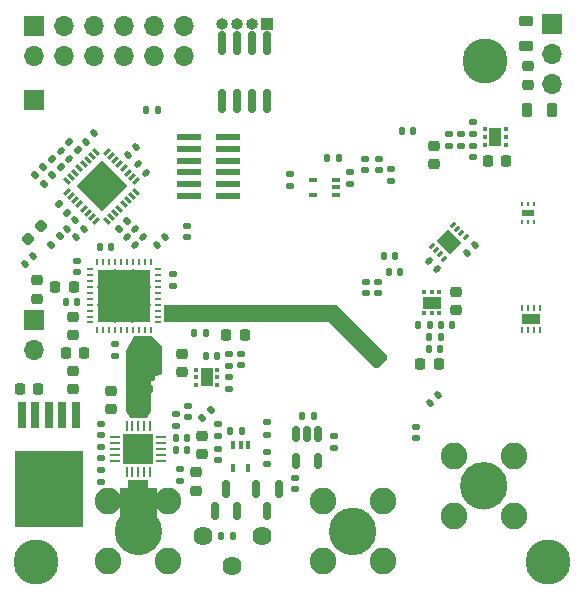
<source format=gbr>
%TF.GenerationSoftware,KiCad,Pcbnew,(6.0.4)*%
%TF.CreationDate,2023-05-30T00:17:30+09:00*%
%TF.ProjectId,RFB,5246422e-6b69-4636-9164-5f7063625858,rev?*%
%TF.SameCoordinates,Original*%
%TF.FileFunction,Soldermask,Bot*%
%TF.FilePolarity,Negative*%
%FSLAX46Y46*%
G04 Gerber Fmt 4.6, Leading zero omitted, Abs format (unit mm)*
G04 Created by KiCad (PCBNEW (6.0.4)) date 2023-05-30 00:17:30*
%MOMM*%
%LPD*%
G01*
G04 APERTURE LIST*
G04 Aperture macros list*
%AMRoundRect*
0 Rectangle with rounded corners*
0 $1 Rounding radius*
0 $2 $3 $4 $5 $6 $7 $8 $9 X,Y pos of 4 corners*
0 Add a 4 corners polygon primitive as box body*
4,1,4,$2,$3,$4,$5,$6,$7,$8,$9,$2,$3,0*
0 Add four circle primitives for the rounded corners*
1,1,$1+$1,$2,$3*
1,1,$1+$1,$4,$5*
1,1,$1+$1,$6,$7*
1,1,$1+$1,$8,$9*
0 Add four rect primitives between the rounded corners*
20,1,$1+$1,$2,$3,$4,$5,0*
20,1,$1+$1,$4,$5,$6,$7,0*
20,1,$1+$1,$6,$7,$8,$9,0*
20,1,$1+$1,$8,$9,$2,$3,0*%
%AMRotRect*
0 Rectangle, with rotation*
0 The origin of the aperture is its center*
0 $1 length*
0 $2 width*
0 $3 Rotation angle, in degrees counterclockwise*
0 Add horizontal line*
21,1,$1,$2,0,0,$3*%
G04 Aperture macros list end*
%ADD10C,2.000000*%
%ADD11C,0.000000*%
%ADD12R,1.700000X1.700000*%
%ADD13RoundRect,0.140000X-0.140000X-0.170000X0.140000X-0.170000X0.140000X0.170000X-0.140000X0.170000X0*%
%ADD14RoundRect,0.135000X0.135000X0.185000X-0.135000X0.185000X-0.135000X-0.185000X0.135000X-0.185000X0*%
%ADD15R,2.000000X0.500000*%
%ADD16O,1.700000X1.700000*%
%ADD17C,2.250000*%
%ADD18C,2.050000*%
%ADD19C,3.800000*%
%ADD20C,2.600000*%
%ADD21RoundRect,0.140000X0.140000X0.170000X-0.140000X0.170000X-0.140000X-0.170000X0.140000X-0.170000X0*%
%ADD22C,1.620000*%
%ADD23O,1.000000X1.000000*%
%ADD24R,1.000000X1.000000*%
%ADD25R,1.100000X0.600000*%
%ADD26R,0.200000X0.400000*%
%ADD27RoundRect,0.225000X0.225000X0.250000X-0.225000X0.250000X-0.225000X-0.250000X0.225000X-0.250000X0*%
%ADD28R,0.250000X0.500000*%
%ADD29R,1.600000X0.900000*%
%ADD30RoundRect,0.140000X-0.170000X0.140000X-0.170000X-0.140000X0.170000X-0.140000X0.170000X0.140000X0*%
%ADD31RoundRect,0.225000X-0.250000X0.225000X-0.250000X-0.225000X0.250000X-0.225000X0.250000X0.225000X0*%
%ADD32RoundRect,0.093750X-0.093750X-0.106250X0.093750X-0.106250X0.093750X0.106250X-0.093750X0.106250X0*%
%ADD33R,1.000000X1.600000*%
%ADD34RoundRect,0.140000X-0.021213X0.219203X-0.219203X0.021213X0.021213X-0.219203X0.219203X-0.021213X0*%
%ADD35RotRect,0.250000X0.600000X45.000000*%
%ADD36RotRect,0.250000X0.600000X135.000000*%
%ADD37RotRect,3.100000X3.100000X135.000000*%
%ADD38RoundRect,0.135000X-0.135000X-0.185000X0.135000X-0.185000X0.135000X0.185000X-0.135000X0.185000X0*%
%ADD39RoundRect,0.135000X0.185000X-0.135000X0.185000X0.135000X-0.185000X0.135000X-0.185000X-0.135000X0*%
%ADD40RoundRect,0.147500X-0.017678X0.226274X-0.226274X0.017678X0.017678X-0.226274X0.226274X-0.017678X0*%
%ADD41RoundRect,0.135000X0.035355X-0.226274X0.226274X-0.035355X-0.035355X0.226274X-0.226274X0.035355X0*%
%ADD42RoundRect,0.135000X-0.185000X0.135000X-0.185000X-0.135000X0.185000X-0.135000X0.185000X0.135000X0*%
%ADD43RoundRect,0.218750X0.218750X0.381250X-0.218750X0.381250X-0.218750X-0.381250X0.218750X-0.381250X0*%
%ADD44RoundRect,0.093750X0.106250X-0.093750X0.106250X0.093750X-0.106250X0.093750X-0.106250X-0.093750X0*%
%ADD45R,1.600000X1.000000*%
%ADD46RoundRect,0.140000X0.170000X-0.140000X0.170000X0.140000X-0.170000X0.140000X-0.170000X-0.140000X0*%
%ADD47RoundRect,0.140000X-0.219203X-0.021213X-0.021213X-0.219203X0.219203X0.021213X0.021213X0.219203X0*%
%ADD48RoundRect,0.225000X0.250000X-0.225000X0.250000X0.225000X-0.250000X0.225000X-0.250000X-0.225000X0*%
%ADD49RoundRect,0.218750X-0.381250X0.218750X-0.381250X-0.218750X0.381250X-0.218750X0.381250X0.218750X0*%
%ADD50RoundRect,0.087500X-0.061872X-0.185616X0.185616X0.061872X0.061872X0.185616X-0.185616X-0.061872X0*%
%ADD51RotRect,1.400000X1.600000X45.000000*%
%ADD52RoundRect,0.150000X0.150000X-0.587500X0.150000X0.587500X-0.150000X0.587500X-0.150000X-0.587500X0*%
%ADD53RoundRect,0.093750X0.093750X0.106250X-0.093750X0.106250X-0.093750X-0.106250X0.093750X-0.106250X0*%
%ADD54RoundRect,0.062500X-0.062500X0.350000X-0.062500X-0.350000X0.062500X-0.350000X0.062500X0.350000X0*%
%ADD55RoundRect,0.062500X-0.350000X0.062500X-0.350000X-0.062500X0.350000X-0.062500X0.350000X0.062500X0*%
%ADD56R,2.500000X2.500000*%
%ADD57R,0.800000X2.200000*%
%ADD58R,5.800000X6.400000*%
%ADD59C,0.500000*%
%ADD60R,4.500001X4.500001*%
%ADD61R,0.599999X0.249999*%
%ADD62R,0.249999X0.599999*%
%ADD63RoundRect,0.218750X0.026517X-0.335876X0.335876X-0.026517X-0.026517X0.335876X-0.335876X0.026517X0*%
%ADD64RoundRect,0.225000X-0.225000X-0.250000X0.225000X-0.250000X0.225000X0.250000X-0.225000X0.250000X0*%
%ADD65RoundRect,0.140000X0.219203X0.021213X0.021213X0.219203X-0.219203X-0.021213X-0.021213X-0.219203X0*%
%ADD66R,0.400000X0.650000*%
%ADD67R,0.650000X0.400000*%
%ADD68RoundRect,0.150000X-0.150000X0.512500X-0.150000X-0.512500X0.150000X-0.512500X0.150000X0.512500X0*%
%ADD69RoundRect,0.135000X-0.035355X0.226274X-0.226274X0.035355X0.035355X-0.226274X0.226274X-0.035355X0*%
%ADD70RoundRect,0.150000X0.150000X-0.825000X0.150000X0.825000X-0.150000X0.825000X-0.150000X-0.825000X0*%
%ADD71RoundRect,0.150000X-0.150000X0.587500X-0.150000X-0.587500X0.150000X-0.587500X0.150000X0.587500X0*%
%ADD72RoundRect,0.135000X-0.226274X-0.035355X-0.035355X-0.226274X0.226274X0.035355X0.035355X0.226274X0*%
%ADD73RoundRect,0.140000X0.021213X-0.219203X0.219203X-0.021213X-0.021213X0.219203X-0.219203X0.021213X0*%
%ADD74RoundRect,0.135000X0.226274X0.035355X0.035355X0.226274X-0.226274X-0.035355X-0.035355X-0.226274X0*%
%ADD75RoundRect,0.218750X0.256250X-0.218750X0.256250X0.218750X-0.256250X0.218750X-0.256250X-0.218750X0*%
G04 APERTURE END LIST*
D10*
X74177400Y-97282000D02*
G75*
G03*
X74177400Y-97282000I-1000000J0D01*
G01*
X63077600Y-101142800D02*
G75*
G03*
X63077600Y-101142800I-1000000J0D01*
G01*
D11*
G36*
X45491400Y-101142800D02*
G01*
X42392600Y-101142800D01*
X42392600Y-97434400D01*
X45491400Y-97434400D01*
X45491400Y-101142800D01*
G37*
G36*
X43103800Y-96799400D02*
G01*
X44780200Y-96799400D01*
X44780200Y-97790000D01*
X43103800Y-97790000D01*
X43103800Y-96799400D01*
G37*
D10*
X44942000Y-101142800D02*
G75*
G03*
X44942000Y-101142800I-1000000J0D01*
G01*
D11*
G36*
X45974000Y-85471000D02*
G01*
X45974000Y-87807800D01*
X45008800Y-88188800D01*
X45008800Y-90957400D01*
X44678600Y-91567000D01*
X43205400Y-91567000D01*
X42875200Y-90957400D01*
X42875200Y-85902800D01*
X43586400Y-84607400D01*
X45110400Y-84607400D01*
X45974000Y-85471000D01*
G37*
G36*
X64998600Y-86233000D02*
G01*
X64998600Y-86537800D01*
X64262000Y-87274400D01*
X63957200Y-87274400D01*
X60121800Y-83439000D01*
X46126400Y-83439000D01*
X46126400Y-81965800D01*
X60731400Y-81965800D01*
X64998600Y-86233000D01*
G37*
D10*
X74177400Y-97282000D02*
G75*
G03*
X74177400Y-97282000I-1000000J0D01*
G01*
X63077600Y-101142800D02*
G75*
G03*
X63077600Y-101142800I-1000000J0D01*
G01*
D11*
G36*
X45491400Y-101142800D02*
G01*
X42392600Y-101142800D01*
X42392600Y-97434400D01*
X45491400Y-97434400D01*
X45491400Y-101142800D01*
G37*
G36*
X43103800Y-96799400D02*
G01*
X44780200Y-96799400D01*
X44780200Y-97790000D01*
X43103800Y-97790000D01*
X43103800Y-96799400D01*
G37*
D10*
X44942000Y-101142800D02*
G75*
G03*
X44942000Y-101142800I-1000000J0D01*
G01*
D11*
G36*
X45974000Y-85471000D02*
G01*
X45974000Y-87807800D01*
X45008800Y-88188800D01*
X45008800Y-90957400D01*
X44678600Y-91567000D01*
X43205400Y-91567000D01*
X42875200Y-90957400D01*
X42875200Y-85902800D01*
X43586400Y-84607400D01*
X45110400Y-84607400D01*
X45974000Y-85471000D01*
G37*
G36*
X64998600Y-86233000D02*
G01*
X64998600Y-86537800D01*
X64262000Y-87274400D01*
X63957200Y-87274400D01*
X60121800Y-83439000D01*
X46126400Y-83439000D01*
X46126400Y-81965800D01*
X60731400Y-81965800D01*
X64998600Y-86233000D01*
G37*
D12*
%TO.C,J8*%
X35077400Y-64592200D03*
%TD*%
D13*
%TO.C,C105*%
X51915000Y-101574600D03*
X50955000Y-101574600D03*
%TD*%
D14*
%TO.C,R41*%
X45569600Y-65481200D03*
X44549600Y-65481200D03*
%TD*%
D15*
%TO.C,J10*%
X51535600Y-67756400D03*
X48235600Y-67756400D03*
X51535600Y-68756400D03*
X48235600Y-68756400D03*
X51535600Y-69756400D03*
X48235600Y-69756400D03*
X51535600Y-70756400D03*
X48235600Y-70756400D03*
X51535600Y-71756400D03*
X48235600Y-71756400D03*
X51535600Y-72756400D03*
X48235600Y-72756400D03*
%TD*%
D16*
%TO.C,J7*%
X47828200Y-60909200D03*
X47828200Y-58369200D03*
X45288200Y-60909200D03*
X45288200Y-58369200D03*
X42748200Y-60909200D03*
X42748200Y-58369200D03*
X40208200Y-60909200D03*
X40208200Y-58369200D03*
X37668200Y-60909200D03*
X37668200Y-58369200D03*
X35128200Y-60909200D03*
D12*
X35128200Y-58369200D03*
%TD*%
D17*
%TO.C,J1*%
X70637400Y-99822000D03*
X75717400Y-94742000D03*
X75717400Y-99822000D03*
X70637400Y-94742000D03*
D18*
X73177400Y-97282000D03*
%TD*%
D19*
%TO.C,H1*%
X78663800Y-103759000D03*
D20*
X78663800Y-103759000D03*
%TD*%
D16*
%TO.C,J9*%
X35128200Y-85770800D03*
D12*
X35128200Y-83230800D03*
%TD*%
D19*
%TO.C,H2*%
X73329800Y-61290200D03*
D20*
X73329800Y-61290200D03*
%TD*%
D21*
%TO.C,C78*%
X65156200Y-79146400D03*
X66116200Y-79146400D03*
%TD*%
D16*
%TO.C,J6*%
X78994000Y-63296800D03*
X78994000Y-60756800D03*
D12*
X78994000Y-58216800D03*
%TD*%
D17*
%TO.C,J3*%
X41402000Y-98605400D03*
X46482000Y-103685400D03*
X46482000Y-98605400D03*
X41402000Y-103685400D03*
D18*
X43942000Y-101145400D03*
%TD*%
D22*
%TO.C,RV1*%
X54406800Y-101574600D03*
X51906800Y-104074600D03*
X49406800Y-101574600D03*
%TD*%
D20*
%TO.C,H3*%
X35306000Y-103733600D03*
D19*
X35306000Y-103733600D03*
%TD*%
D23*
%TO.C,J5*%
X51003200Y-58166000D03*
X52273200Y-58166000D03*
X53543200Y-58166000D03*
D24*
X54813200Y-58166000D03*
%TD*%
D25*
%TO.C,U7*%
X76963000Y-74160400D03*
D26*
X76463000Y-74910400D03*
X76963000Y-74910400D03*
X77463000Y-74910400D03*
X77463000Y-73410400D03*
X76963000Y-73410400D03*
X76463000Y-73410400D03*
%TD*%
D27*
%TO.C,C141*%
X67805000Y-86969600D03*
X69355000Y-86969600D03*
%TD*%
D28*
%TO.C,IC1*%
X76442600Y-82209600D03*
X76942600Y-82209600D03*
X77442600Y-82209600D03*
X77942600Y-82209600D03*
X77942600Y-84109600D03*
X77442600Y-84109600D03*
X76942600Y-84109600D03*
X76442600Y-84109600D03*
D29*
X77192600Y-83159600D03*
%TD*%
D30*
%TO.C,C83*%
X48158400Y-91488200D03*
X48158400Y-90528200D03*
%TD*%
D31*
%TO.C,C102*%
X47650400Y-87643000D03*
X47650400Y-86093000D03*
%TD*%
D32*
%TO.C,IC10*%
X73265200Y-68396200D03*
X73265200Y-67746200D03*
X73265200Y-67096200D03*
X75040200Y-67096200D03*
X75040200Y-67746200D03*
X75040200Y-68396200D03*
D33*
X74152700Y-67746200D03*
%TD*%
D14*
%TO.C,R37*%
X43940000Y-89103200D03*
X44960000Y-89103200D03*
%TD*%
D34*
%TO.C,C69*%
X68672389Y-90280811D03*
X69351211Y-89601989D03*
%TD*%
D35*
%TO.C,U2*%
X43756109Y-72392419D03*
X43402556Y-72745973D03*
X43049002Y-73099526D03*
X42695449Y-73453080D03*
X42341896Y-73806633D03*
X41988342Y-74160186D03*
X41634789Y-74513740D03*
X41281235Y-74867293D03*
D36*
X40361997Y-74867293D03*
X40008443Y-74513740D03*
X39654890Y-74160186D03*
X39301336Y-73806633D03*
X38947783Y-73453080D03*
X38594230Y-73099526D03*
X38240676Y-72745973D03*
X37887123Y-72392419D03*
D35*
X37887123Y-71473181D03*
X38240676Y-71119627D03*
X38594230Y-70766074D03*
X38947783Y-70412520D03*
X39301336Y-70058967D03*
X39654890Y-69705414D03*
X40008443Y-69351860D03*
X40361997Y-68998307D03*
D36*
X41281235Y-68998307D03*
X41634789Y-69351860D03*
X41988342Y-69705414D03*
X42341896Y-70058967D03*
X42695449Y-70412520D03*
X43049002Y-70766074D03*
X43402556Y-71119627D03*
X43756109Y-71473181D03*
D37*
X40821616Y-71932800D03*
%TD*%
D38*
%TO.C,R75*%
X68618100Y-83667600D03*
X67598100Y-83667600D03*
%TD*%
D39*
%TO.C,R21*%
X54838600Y-94384400D03*
X54838600Y-95404400D03*
%TD*%
D17*
%TO.C,J2*%
X64617600Y-98602800D03*
X59537600Y-98602800D03*
X59537600Y-103682800D03*
X64617600Y-103682800D03*
D18*
X62077600Y-101142800D03*
%TD*%
D40*
%TO.C,L5*%
X49364853Y-91579747D03*
X50050747Y-90893853D03*
%TD*%
D31*
%TO.C,C122*%
X70853300Y-82410600D03*
X70853300Y-80860600D03*
%TD*%
D14*
%TO.C,R20*%
X51661600Y-92659200D03*
X52681600Y-92659200D03*
%TD*%
%TO.C,R50*%
X48613600Y-84378800D03*
X49633600Y-84378800D03*
%TD*%
D41*
%TO.C,R4*%
X35895224Y-70251376D03*
X35173976Y-70972624D03*
%TD*%
D13*
%TO.C,C30*%
X38735000Y-81711800D03*
X37775000Y-81711800D03*
%TD*%
D21*
%TO.C,C7*%
X69537700Y-83667600D03*
X70497700Y-83667600D03*
%TD*%
D39*
%TO.C,R68*%
X51638200Y-86104000D03*
X51638200Y-87124000D03*
%TD*%
%TO.C,R35*%
X44983400Y-87120000D03*
X44983400Y-88140000D03*
%TD*%
D27*
%TO.C,C121*%
X73545400Y-69824600D03*
X75095400Y-69824600D03*
%TD*%
D13*
%TO.C,C86*%
X48054200Y-94234000D03*
X47094200Y-94234000D03*
%TD*%
D42*
%TO.C,R52*%
X61849000Y-71731600D03*
X61849000Y-70711600D03*
%TD*%
D43*
%TO.C,FB8*%
X76864700Y-65506600D03*
X78989700Y-65506600D03*
%TD*%
D39*
%TO.C,R33*%
X60477400Y-93038200D03*
X60477400Y-94058200D03*
%TD*%
D42*
%TO.C,R38*%
X43942000Y-90066400D03*
X43942000Y-91086400D03*
%TD*%
D44*
%TO.C,IC2*%
X69426900Y-82675500D03*
X68776900Y-82675500D03*
X68126900Y-82675500D03*
X68126900Y-80900500D03*
X68776900Y-80900500D03*
X69426900Y-80900500D03*
D45*
X68776900Y-81788000D03*
%TD*%
D46*
%TO.C,C85*%
X40767000Y-92052200D03*
X40767000Y-93012200D03*
%TD*%
%TO.C,C39*%
X63129100Y-69622000D03*
X63129100Y-70582000D03*
%TD*%
D47*
%TO.C,C27*%
X44366822Y-76218422D03*
X43688000Y-75539600D03*
%TD*%
D48*
%TO.C,C99*%
X41656000Y-89217200D03*
X41656000Y-90767200D03*
%TD*%
D49*
%TO.C,FB7*%
X76784200Y-60041300D03*
X76784200Y-57916300D03*
%TD*%
D34*
%TO.C,C8*%
X39487789Y-68132011D03*
X40166611Y-67453189D03*
%TD*%
D50*
%TO.C,U20*%
X69823484Y-78047130D03*
X69469931Y-77693577D03*
X69116377Y-77340023D03*
X68762824Y-76986470D03*
X70583624Y-75165670D03*
X70937177Y-75519223D03*
X71290731Y-75872777D03*
X71644284Y-76226330D03*
D51*
X70203554Y-76606400D03*
%TD*%
D34*
%TO.C,C87*%
X34306189Y-78520611D03*
X34985011Y-77841789D03*
%TD*%
D30*
%TO.C,C96*%
X43942000Y-98270000D03*
X43942000Y-97310000D03*
%TD*%
D52*
%TO.C,U10*%
X52308800Y-99387900D03*
X50408800Y-99387900D03*
X51358800Y-97512900D03*
%TD*%
D47*
%TO.C,C26*%
X43671811Y-76920411D03*
X42992989Y-76241589D03*
%TD*%
D48*
%TO.C,C104*%
X38404800Y-87566200D03*
X38404800Y-89116200D03*
%TD*%
D46*
%TO.C,C42*%
X64322900Y-69622000D03*
X64322900Y-70582000D03*
%TD*%
D21*
%TO.C,C132*%
X68547100Y-85699600D03*
X69507100Y-85699600D03*
%TD*%
D46*
%TO.C,C34*%
X72273100Y-68476400D03*
X72273100Y-69436400D03*
%TD*%
D47*
%TO.C,C3*%
X38083811Y-69579811D03*
X37404989Y-68900989D03*
%TD*%
D39*
%TO.C,R63*%
X65338900Y-70479001D03*
X65338900Y-71499001D03*
%TD*%
D30*
%TO.C,C32*%
X46863000Y-80337600D03*
X46863000Y-79377600D03*
%TD*%
D53*
%TO.C,IC8*%
X50620700Y-87462600D03*
X50620700Y-88112600D03*
X50620700Y-88762600D03*
X48845700Y-88762600D03*
X48845700Y-88112600D03*
X48845700Y-87462600D03*
D33*
X49733200Y-88112600D03*
%TD*%
D54*
%TO.C,U14*%
X42942000Y-92245700D03*
X43442000Y-92245700D03*
X43942000Y-92245700D03*
X44442000Y-92245700D03*
X44942000Y-92245700D03*
D55*
X45879500Y-93183200D03*
X45879500Y-93683200D03*
X45879500Y-94183200D03*
X45879500Y-94683200D03*
X45879500Y-95183200D03*
D54*
X44942000Y-96120700D03*
X44442000Y-96120700D03*
X43942000Y-96120700D03*
X43442000Y-96120700D03*
X42942000Y-96120700D03*
D55*
X42004500Y-95183200D03*
X42004500Y-94683200D03*
X42004500Y-94183200D03*
X42004500Y-93683200D03*
X42004500Y-93183200D03*
D56*
X43942000Y-94183200D03*
%TD*%
D13*
%TO.C,C11*%
X50619600Y-86283800D03*
X49659600Y-86283800D03*
%TD*%
D34*
%TO.C,C123*%
X71771189Y-77580811D03*
X72450011Y-76901989D03*
%TD*%
D30*
%TO.C,C116*%
X52654200Y-87068600D03*
X52654200Y-86108600D03*
%TD*%
D57*
%TO.C,U16*%
X34067400Y-91262200D03*
X35207400Y-91262200D03*
D58*
X36347400Y-97562200D03*
D57*
X36347400Y-91262200D03*
X37487400Y-91262200D03*
X38627400Y-91262200D03*
%TD*%
D31*
%TO.C,C88*%
X49326800Y-94577200D03*
X49326800Y-93027200D03*
%TD*%
D42*
%TO.C,R30*%
X40767000Y-96928400D03*
X40767000Y-95908400D03*
%TD*%
D59*
%TO.C,U4*%
X40722800Y-81933800D03*
X41992800Y-79203800D03*
X44722800Y-80473800D03*
X41992800Y-81933800D03*
D60*
X42722797Y-81203800D03*
D59*
X43452800Y-81933800D03*
X44722800Y-81933800D03*
X41992800Y-80473800D03*
X43452800Y-80473800D03*
X41992800Y-83203800D03*
X40722800Y-80473800D03*
X43452800Y-79203800D03*
X43422800Y-83203800D03*
D61*
X39822798Y-78953799D03*
X39822798Y-79453798D03*
X39822798Y-79953800D03*
X39822798Y-80453799D03*
X39822798Y-80953800D03*
X39822798Y-81453800D03*
X39822798Y-81953798D03*
X39822798Y-82453800D03*
X39822798Y-82953799D03*
X39822798Y-83453801D03*
D62*
X40472797Y-84103799D03*
X40972796Y-84103799D03*
X41472797Y-84103799D03*
X41972796Y-84103799D03*
X42472798Y-84103799D03*
X42972797Y-84103799D03*
X43472796Y-84103799D03*
X43972797Y-84103799D03*
X44472796Y-84103799D03*
X44972798Y-84103799D03*
D61*
X45622797Y-83453801D03*
X45622797Y-82953799D03*
X45622797Y-82453800D03*
X45622797Y-81953798D03*
X45622797Y-81453800D03*
X45622797Y-80953800D03*
X45622797Y-80453799D03*
X45622797Y-79953800D03*
X45622797Y-79453798D03*
X45622797Y-78953799D03*
D62*
X44972798Y-78303801D03*
X44472796Y-78303801D03*
X43972797Y-78303801D03*
X43472796Y-78303801D03*
X42972797Y-78303801D03*
X42472798Y-78303801D03*
X41972796Y-78303801D03*
X41472797Y-78303801D03*
X40972796Y-78303801D03*
X40472797Y-78303801D03*
%TD*%
D13*
%TO.C,C24*%
X41628000Y-77063600D03*
X40668000Y-77063600D03*
%TD*%
D27*
%TO.C,C98*%
X33909000Y-89077800D03*
X35459000Y-89077800D03*
%TD*%
D63*
%TO.C,FB1*%
X35735847Y-75287553D03*
X34622153Y-76401247D03*
%TD*%
D64*
%TO.C,C20*%
X39332200Y-86029800D03*
X37782200Y-86029800D03*
%TD*%
D21*
%TO.C,C43*%
X66220400Y-67208400D03*
X67180400Y-67208400D03*
%TD*%
D46*
%TO.C,C77*%
X63220600Y-80038000D03*
X63220600Y-80998000D03*
%TD*%
D65*
%TO.C,C133*%
X68527154Y-78257400D03*
X69205976Y-78936222D03*
%TD*%
D13*
%TO.C,C38*%
X60906600Y-69519800D03*
X59946600Y-69519800D03*
%TD*%
D30*
%TO.C,C103*%
X48031400Y-76222800D03*
X48031400Y-75262800D03*
%TD*%
D42*
%TO.C,R73*%
X72273100Y-67538600D03*
X72273100Y-66518600D03*
%TD*%
D14*
%TO.C,R32*%
X57833800Y-91389200D03*
X58853800Y-91389200D03*
%TD*%
D42*
%TO.C,R23*%
X47117000Y-92229400D03*
X47117000Y-91209400D03*
%TD*%
D66*
%TO.C,U9*%
X51953400Y-95768200D03*
X53253400Y-95768200D03*
X53253400Y-93868200D03*
X52603400Y-93868200D03*
X51953400Y-93868200D03*
%TD*%
D46*
%TO.C,C131*%
X70241100Y-67513800D03*
X70241100Y-68473800D03*
%TD*%
D34*
%TO.C,C4*%
X43027600Y-69240400D03*
X43706422Y-68561578D03*
%TD*%
D67*
%TO.C,U13*%
X58755200Y-71359000D03*
X58755200Y-72659000D03*
X60655200Y-72659000D03*
X60655200Y-72009000D03*
X60655200Y-71359000D03*
%TD*%
D68*
%TO.C,U15*%
X57266800Y-95142900D03*
X59166800Y-95142900D03*
X59166800Y-92867900D03*
X58216800Y-92867900D03*
X57266800Y-92867900D03*
%TD*%
D69*
%TO.C,R5*%
X42285976Y-75570024D03*
X43007224Y-74848776D03*
%TD*%
D46*
%TO.C,C28*%
X43967400Y-85245000D03*
X43967400Y-86205000D03*
%TD*%
%TO.C,C29*%
X44983400Y-85245000D03*
X44983400Y-86205000D03*
%TD*%
D38*
%TO.C,R74*%
X69532500Y-84683600D03*
X68512500Y-84683600D03*
%TD*%
D70*
%TO.C,U6*%
X54813200Y-59755000D03*
X53543200Y-59755000D03*
X52273200Y-59755000D03*
X51003200Y-59755000D03*
X51003200Y-64705000D03*
X52273200Y-64705000D03*
X53543200Y-64705000D03*
X54813200Y-64705000D03*
%TD*%
D71*
%TO.C,Q1*%
X54864000Y-99387900D03*
X55814000Y-97512900D03*
X53914000Y-97512900D03*
%TD*%
D48*
%TO.C,C81*%
X76911200Y-61759800D03*
X76911200Y-63309800D03*
%TD*%
D41*
%TO.C,R1*%
X37266824Y-76169576D03*
X36545576Y-76890824D03*
%TD*%
D72*
%TO.C,R44*%
X37901824Y-74147624D03*
X37180576Y-73426376D03*
%TD*%
D30*
%TO.C,C82*%
X50647600Y-95120400D03*
X50647600Y-94160400D03*
%TD*%
D73*
%TO.C,C1*%
X39328411Y-75530389D03*
X38649589Y-76209211D03*
%TD*%
D74*
%TO.C,R2*%
X36647176Y-69590976D03*
X37368424Y-70312224D03*
%TD*%
D39*
%TO.C,R31*%
X47472600Y-95857600D03*
X47472600Y-96877600D03*
%TD*%
D64*
%TO.C,C119*%
X52946600Y-84505800D03*
X51396600Y-84505800D03*
%TD*%
D48*
%TO.C,C5*%
X35331400Y-79895400D03*
X35331400Y-81445400D03*
%TD*%
D39*
%TO.C,R22*%
X50647600Y-92022200D03*
X50647600Y-93042200D03*
%TD*%
D42*
%TO.C,R36*%
X43967400Y-88140000D03*
X43967400Y-87120000D03*
%TD*%
D31*
%TO.C,C140*%
X68961000Y-70053800D03*
X68961000Y-68503800D03*
%TD*%
D30*
%TO.C,C97*%
X57175400Y-97584200D03*
X57175400Y-96624200D03*
%TD*%
D46*
%TO.C,C79*%
X64236600Y-80038000D03*
X64236600Y-80998000D03*
%TD*%
D41*
%TO.C,R7*%
X36631824Y-70987976D03*
X35910576Y-71709224D03*
%TD*%
D42*
%TO.C,R72*%
X71257100Y-68476400D03*
X71257100Y-67456400D03*
%TD*%
D73*
%TO.C,C90*%
X38617211Y-74819189D03*
X37938389Y-75498011D03*
%TD*%
D75*
%TO.C,FB2*%
X48793400Y-96113500D03*
X48793400Y-97688500D03*
%TD*%
D39*
%TO.C,R51*%
X56743600Y-70914800D03*
X56743600Y-71934800D03*
%TD*%
D13*
%TO.C,C84*%
X48054200Y-93218000D03*
X47094200Y-93218000D03*
%TD*%
D48*
%TO.C,C25*%
X38379400Y-82968800D03*
X38379400Y-84518800D03*
%TD*%
D42*
%TO.C,R34*%
X54838600Y-92940600D03*
X54838600Y-91920600D03*
%TD*%
D34*
%TO.C,C22*%
X45507589Y-76895011D03*
X46186411Y-76216189D03*
%TD*%
D30*
%TO.C,C23*%
X38709600Y-79197200D03*
X38709600Y-78237200D03*
%TD*%
D64*
%TO.C,C19*%
X38455600Y-80441800D03*
X36905600Y-80441800D03*
%TD*%
D72*
%TO.C,R3*%
X38816224Y-68864424D03*
X38094976Y-68143176D03*
%TD*%
D65*
%TO.C,C9*%
X43916600Y-70078600D03*
X44595422Y-70757422D03*
%TD*%
D46*
%TO.C,C21*%
X41960800Y-85295800D03*
X41960800Y-86255800D03*
%TD*%
%TO.C,C70*%
X67487800Y-92306200D03*
X67487800Y-93266200D03*
%TD*%
%TO.C,C89*%
X40767000Y-93982600D03*
X40767000Y-94942600D03*
%TD*%
D39*
%TO.C,R69*%
X51638200Y-88059800D03*
X51638200Y-89079800D03*
%TD*%
D21*
%TO.C,C49*%
X64747200Y-77825600D03*
X65707200Y-77825600D03*
%TD*%
M02*

</source>
